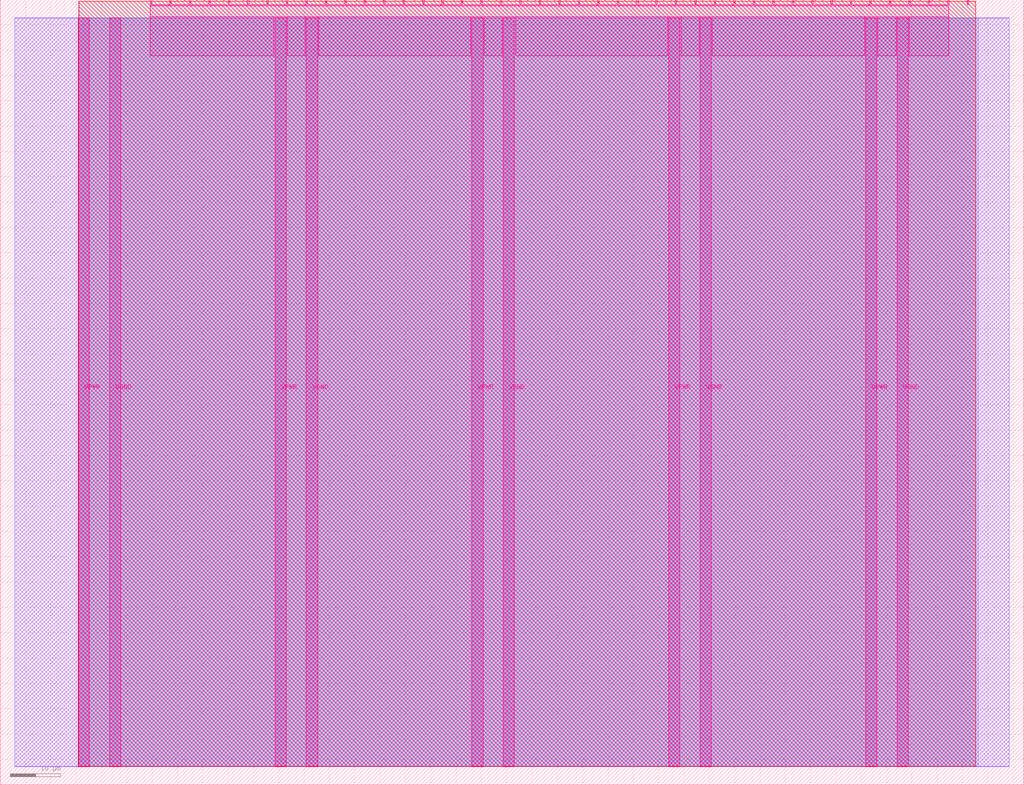
<source format=lef>
VERSION 5.7 ;
  NOWIREEXTENSIONATPIN ON ;
  DIVIDERCHAR "/" ;
  BUSBITCHARS "[]" ;
MACRO tt_um_pyamnihc_dummy_counter
  CLASS BLOCK ;
  FOREIGN tt_um_pyamnihc_dummy_counter ;
  ORIGIN 0.000 0.000 ;
  SIZE 202.080 BY 154.980 ;
  PIN VGND
    DIRECTION INOUT ;
    USE GROUND ;
    PORT
      LAYER Metal5 ;
        RECT 21.580 3.560 23.780 151.420 ;
    END
    PORT
      LAYER Metal5 ;
        RECT 60.450 3.560 62.650 151.420 ;
    END
    PORT
      LAYER Metal5 ;
        RECT 99.320 3.560 101.520 151.420 ;
    END
    PORT
      LAYER Metal5 ;
        RECT 138.190 3.560 140.390 151.420 ;
    END
    PORT
      LAYER Metal5 ;
        RECT 177.060 3.560 179.260 151.420 ;
    END
  END VGND
  PIN VPWR
    DIRECTION INOUT ;
    USE POWER ;
    PORT
      LAYER Metal5 ;
        RECT 15.380 3.560 17.580 151.420 ;
    END
    PORT
      LAYER Metal5 ;
        RECT 54.250 3.560 56.450 151.420 ;
    END
    PORT
      LAYER Metal5 ;
        RECT 93.120 3.560 95.320 151.420 ;
    END
    PORT
      LAYER Metal5 ;
        RECT 131.990 3.560 134.190 151.420 ;
    END
    PORT
      LAYER Metal5 ;
        RECT 170.860 3.560 173.060 151.420 ;
    END
  END VPWR
  PIN clk
    DIRECTION INPUT ;
    USE SIGNAL ;
    ANTENNAGATEAREA 0.213200 ;
    PORT
      LAYER Metal5 ;
        RECT 187.050 153.980 187.350 154.980 ;
    END
  END clk
  PIN ena
    DIRECTION INPUT ;
    USE SIGNAL ;
    PORT
      LAYER Metal5 ;
        RECT 190.890 153.980 191.190 154.980 ;
    END
  END ena
  PIN rst_n
    DIRECTION INPUT ;
    USE SIGNAL ;
    ANTENNAGATEAREA 0.741000 ;
    PORT
      LAYER Metal5 ;
        RECT 183.210 153.980 183.510 154.980 ;
    END
  END rst_n
  PIN ui_in[0]
    DIRECTION INPUT ;
    USE SIGNAL ;
    ANTENNAGATEAREA 0.180700 ;
    PORT
      LAYER Metal5 ;
        RECT 179.370 153.980 179.670 154.980 ;
    END
  END ui_in[0]
  PIN ui_in[1]
    DIRECTION INPUT ;
    USE SIGNAL ;
    ANTENNAGATEAREA 0.180700 ;
    PORT
      LAYER Metal5 ;
        RECT 175.530 153.980 175.830 154.980 ;
    END
  END ui_in[1]
  PIN ui_in[2]
    DIRECTION INPUT ;
    USE SIGNAL ;
    ANTENNAGATEAREA 0.213200 ;
    PORT
      LAYER Metal5 ;
        RECT 171.690 153.980 171.990 154.980 ;
    END
  END ui_in[2]
  PIN ui_in[3]
    DIRECTION INPUT ;
    USE SIGNAL ;
    ANTENNAGATEAREA 0.213200 ;
    PORT
      LAYER Metal5 ;
        RECT 167.850 153.980 168.150 154.980 ;
    END
  END ui_in[3]
  PIN ui_in[4]
    DIRECTION INPUT ;
    USE SIGNAL ;
    ANTENNAGATEAREA 0.213200 ;
    PORT
      LAYER Metal5 ;
        RECT 164.010 153.980 164.310 154.980 ;
    END
  END ui_in[4]
  PIN ui_in[5]
    DIRECTION INPUT ;
    USE SIGNAL ;
    ANTENNAGATEAREA 0.213200 ;
    PORT
      LAYER Metal5 ;
        RECT 160.170 153.980 160.470 154.980 ;
    END
  END ui_in[5]
  PIN ui_in[6]
    DIRECTION INPUT ;
    USE SIGNAL ;
    ANTENNAGATEAREA 0.213200 ;
    PORT
      LAYER Metal5 ;
        RECT 156.330 153.980 156.630 154.980 ;
    END
  END ui_in[6]
  PIN ui_in[7]
    DIRECTION INPUT ;
    USE SIGNAL ;
    ANTENNAGATEAREA 0.213200 ;
    PORT
      LAYER Metal5 ;
        RECT 152.490 153.980 152.790 154.980 ;
    END
  END ui_in[7]
  PIN uio_in[0]
    DIRECTION INPUT ;
    USE SIGNAL ;
    PORT
      LAYER Metal5 ;
        RECT 148.650 153.980 148.950 154.980 ;
    END
  END uio_in[0]
  PIN uio_in[1]
    DIRECTION INPUT ;
    USE SIGNAL ;
    PORT
      LAYER Metal5 ;
        RECT 144.810 153.980 145.110 154.980 ;
    END
  END uio_in[1]
  PIN uio_in[2]
    DIRECTION INPUT ;
    USE SIGNAL ;
    PORT
      LAYER Metal5 ;
        RECT 140.970 153.980 141.270 154.980 ;
    END
  END uio_in[2]
  PIN uio_in[3]
    DIRECTION INPUT ;
    USE SIGNAL ;
    PORT
      LAYER Metal5 ;
        RECT 137.130 153.980 137.430 154.980 ;
    END
  END uio_in[3]
  PIN uio_in[4]
    DIRECTION INPUT ;
    USE SIGNAL ;
    PORT
      LAYER Metal5 ;
        RECT 133.290 153.980 133.590 154.980 ;
    END
  END uio_in[4]
  PIN uio_in[5]
    DIRECTION INPUT ;
    USE SIGNAL ;
    PORT
      LAYER Metal5 ;
        RECT 129.450 153.980 129.750 154.980 ;
    END
  END uio_in[5]
  PIN uio_in[6]
    DIRECTION INPUT ;
    USE SIGNAL ;
    PORT
      LAYER Metal5 ;
        RECT 125.610 153.980 125.910 154.980 ;
    END
  END uio_in[6]
  PIN uio_in[7]
    DIRECTION INPUT ;
    USE SIGNAL ;
    PORT
      LAYER Metal5 ;
        RECT 121.770 153.980 122.070 154.980 ;
    END
  END uio_in[7]
  PIN uio_oe[0]
    DIRECTION OUTPUT ;
    USE SIGNAL ;
    ANTENNADIFFAREA 0.392700 ;
    PORT
      LAYER Metal5 ;
        RECT 56.490 153.980 56.790 154.980 ;
    END
  END uio_oe[0]
  PIN uio_oe[1]
    DIRECTION OUTPUT ;
    USE SIGNAL ;
    ANTENNADIFFAREA 0.392700 ;
    PORT
      LAYER Metal5 ;
        RECT 52.650 153.980 52.950 154.980 ;
    END
  END uio_oe[1]
  PIN uio_oe[2]
    DIRECTION OUTPUT ;
    USE SIGNAL ;
    ANTENNADIFFAREA 0.392700 ;
    PORT
      LAYER Metal5 ;
        RECT 48.810 153.980 49.110 154.980 ;
    END
  END uio_oe[2]
  PIN uio_oe[3]
    DIRECTION OUTPUT ;
    USE SIGNAL ;
    ANTENNADIFFAREA 0.392700 ;
    PORT
      LAYER Metal5 ;
        RECT 44.970 153.980 45.270 154.980 ;
    END
  END uio_oe[3]
  PIN uio_oe[4]
    DIRECTION OUTPUT ;
    USE SIGNAL ;
    ANTENNADIFFAREA 0.392700 ;
    PORT
      LAYER Metal5 ;
        RECT 41.130 153.980 41.430 154.980 ;
    END
  END uio_oe[4]
  PIN uio_oe[5]
    DIRECTION OUTPUT ;
    USE SIGNAL ;
    ANTENNADIFFAREA 0.392700 ;
    PORT
      LAYER Metal5 ;
        RECT 37.290 153.980 37.590 154.980 ;
    END
  END uio_oe[5]
  PIN uio_oe[6]
    DIRECTION OUTPUT ;
    USE SIGNAL ;
    ANTENNADIFFAREA 0.392700 ;
    PORT
      LAYER Metal5 ;
        RECT 33.450 153.980 33.750 154.980 ;
    END
  END uio_oe[6]
  PIN uio_oe[7]
    DIRECTION OUTPUT ;
    USE SIGNAL ;
    ANTENNADIFFAREA 0.392700 ;
    PORT
      LAYER Metal5 ;
        RECT 29.610 153.980 29.910 154.980 ;
    END
  END uio_oe[7]
  PIN uio_out[0]
    DIRECTION OUTPUT ;
    USE SIGNAL ;
    ANTENNADIFFAREA 0.988000 ;
    PORT
      LAYER Metal5 ;
        RECT 87.210 153.980 87.510 154.980 ;
    END
  END uio_out[0]
  PIN uio_out[1]
    DIRECTION OUTPUT ;
    USE SIGNAL ;
    ANTENNADIFFAREA 1.008100 ;
    PORT
      LAYER Metal5 ;
        RECT 83.370 153.980 83.670 154.980 ;
    END
  END uio_out[1]
  PIN uio_out[2]
    DIRECTION OUTPUT ;
    USE SIGNAL ;
    ANTENNADIFFAREA 0.988000 ;
    PORT
      LAYER Metal5 ;
        RECT 79.530 153.980 79.830 154.980 ;
    END
  END uio_out[2]
  PIN uio_out[3]
    DIRECTION OUTPUT ;
    USE SIGNAL ;
    ANTENNADIFFAREA 0.988000 ;
    PORT
      LAYER Metal5 ;
        RECT 75.690 153.980 75.990 154.980 ;
    END
  END uio_out[3]
  PIN uio_out[4]
    DIRECTION OUTPUT ;
    USE SIGNAL ;
    ANTENNADIFFAREA 0.988000 ;
    PORT
      LAYER Metal5 ;
        RECT 71.850 153.980 72.150 154.980 ;
    END
  END uio_out[4]
  PIN uio_out[5]
    DIRECTION OUTPUT ;
    USE SIGNAL ;
    ANTENNADIFFAREA 1.008100 ;
    PORT
      LAYER Metal5 ;
        RECT 68.010 153.980 68.310 154.980 ;
    END
  END uio_out[5]
  PIN uio_out[6]
    DIRECTION OUTPUT ;
    USE SIGNAL ;
    ANTENNADIFFAREA 1.008100 ;
    PORT
      LAYER Metal5 ;
        RECT 64.170 153.980 64.470 154.980 ;
    END
  END uio_out[6]
  PIN uio_out[7]
    DIRECTION OUTPUT ;
    USE SIGNAL ;
    ANTENNADIFFAREA 0.662000 ;
    PORT
      LAYER Metal5 ;
        RECT 60.330 153.980 60.630 154.980 ;
    END
  END uio_out[7]
  PIN uo_out[0]
    DIRECTION OUTPUT ;
    USE SIGNAL ;
    ANTENNADIFFAREA 0.677200 ;
    PORT
      LAYER Metal5 ;
        RECT 117.930 153.980 118.230 154.980 ;
    END
  END uo_out[0]
  PIN uo_out[1]
    DIRECTION OUTPUT ;
    USE SIGNAL ;
    ANTENNADIFFAREA 0.988000 ;
    PORT
      LAYER Metal5 ;
        RECT 114.090 153.980 114.390 154.980 ;
    END
  END uo_out[1]
  PIN uo_out[2]
    DIRECTION OUTPUT ;
    USE SIGNAL ;
    ANTENNADIFFAREA 0.677200 ;
    PORT
      LAYER Metal5 ;
        RECT 110.250 153.980 110.550 154.980 ;
    END
  END uo_out[2]
  PIN uo_out[3]
    DIRECTION OUTPUT ;
    USE SIGNAL ;
    ANTENNADIFFAREA 0.988000 ;
    PORT
      LAYER Metal5 ;
        RECT 106.410 153.980 106.710 154.980 ;
    END
  END uo_out[3]
  PIN uo_out[4]
    DIRECTION OUTPUT ;
    USE SIGNAL ;
    ANTENNADIFFAREA 1.008100 ;
    PORT
      LAYER Metal5 ;
        RECT 102.570 153.980 102.870 154.980 ;
    END
  END uo_out[4]
  PIN uo_out[5]
    DIRECTION OUTPUT ;
    USE SIGNAL ;
    ANTENNADIFFAREA 0.988000 ;
    PORT
      LAYER Metal5 ;
        RECT 98.730 153.980 99.030 154.980 ;
    END
  END uo_out[5]
  PIN uo_out[6]
    DIRECTION OUTPUT ;
    USE SIGNAL ;
    ANTENNADIFFAREA 1.008100 ;
    PORT
      LAYER Metal5 ;
        RECT 94.890 153.980 95.190 154.980 ;
    END
  END uo_out[6]
  PIN uo_out[7]
    DIRECTION OUTPUT ;
    USE SIGNAL ;
    ANTENNADIFFAREA 0.662000 ;
    PORT
      LAYER Metal5 ;
        RECT 91.050 153.980 91.350 154.980 ;
    END
  END uo_out[7]
  OBS
      LAYER GatPoly ;
        RECT 2.880 3.630 199.200 151.350 ;
      LAYER Metal1 ;
        RECT 2.880 3.560 199.200 151.420 ;
      LAYER Metal2 ;
        RECT 15.515 3.680 193.105 151.300 ;
      LAYER Metal3 ;
        RECT 15.560 3.635 192.580 154.705 ;
      LAYER Metal4 ;
        RECT 15.515 3.680 192.625 154.660 ;
      LAYER Metal5 ;
        RECT 30.120 153.770 33.240 153.980 ;
        RECT 33.960 153.770 37.080 153.980 ;
        RECT 37.800 153.770 40.920 153.980 ;
        RECT 41.640 153.770 44.760 153.980 ;
        RECT 45.480 153.770 48.600 153.980 ;
        RECT 49.320 153.770 52.440 153.980 ;
        RECT 53.160 153.770 56.280 153.980 ;
        RECT 57.000 153.770 60.120 153.980 ;
        RECT 60.840 153.770 63.960 153.980 ;
        RECT 64.680 153.770 67.800 153.980 ;
        RECT 68.520 153.770 71.640 153.980 ;
        RECT 72.360 153.770 75.480 153.980 ;
        RECT 76.200 153.770 79.320 153.980 ;
        RECT 80.040 153.770 83.160 153.980 ;
        RECT 83.880 153.770 87.000 153.980 ;
        RECT 87.720 153.770 90.840 153.980 ;
        RECT 91.560 153.770 94.680 153.980 ;
        RECT 95.400 153.770 98.520 153.980 ;
        RECT 99.240 153.770 102.360 153.980 ;
        RECT 103.080 153.770 106.200 153.980 ;
        RECT 106.920 153.770 110.040 153.980 ;
        RECT 110.760 153.770 113.880 153.980 ;
        RECT 114.600 153.770 117.720 153.980 ;
        RECT 118.440 153.770 121.560 153.980 ;
        RECT 122.280 153.770 125.400 153.980 ;
        RECT 126.120 153.770 129.240 153.980 ;
        RECT 129.960 153.770 133.080 153.980 ;
        RECT 133.800 153.770 136.920 153.980 ;
        RECT 137.640 153.770 140.760 153.980 ;
        RECT 141.480 153.770 144.600 153.980 ;
        RECT 145.320 153.770 148.440 153.980 ;
        RECT 149.160 153.770 152.280 153.980 ;
        RECT 153.000 153.770 156.120 153.980 ;
        RECT 156.840 153.770 159.960 153.980 ;
        RECT 160.680 153.770 163.800 153.980 ;
        RECT 164.520 153.770 167.640 153.980 ;
        RECT 168.360 153.770 171.480 153.980 ;
        RECT 172.200 153.770 175.320 153.980 ;
        RECT 176.040 153.770 179.160 153.980 ;
        RECT 179.880 153.770 183.000 153.980 ;
        RECT 183.720 153.770 186.840 153.980 ;
        RECT 29.660 151.630 187.300 153.770 ;
        RECT 29.660 143.915 54.040 151.630 ;
        RECT 56.660 143.915 60.240 151.630 ;
        RECT 62.860 143.915 92.910 151.630 ;
        RECT 95.530 143.915 99.110 151.630 ;
        RECT 101.730 143.915 131.780 151.630 ;
        RECT 134.400 143.915 137.980 151.630 ;
        RECT 140.600 143.915 170.650 151.630 ;
        RECT 173.270 143.915 176.850 151.630 ;
        RECT 179.470 143.915 187.300 151.630 ;
  END
END tt_um_pyamnihc_dummy_counter
END LIBRARY


</source>
